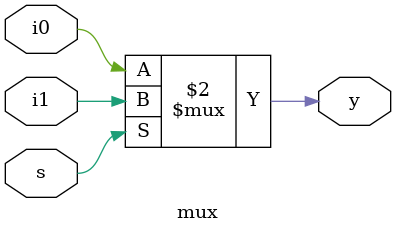
<source format=v>
module srl(

	input [15:0] a,
	input [3:0] b,
	output[15:0] out

);

	mux m_3_15 (a[15],0,b[3],y_3_15);	mux m_3_14 (a[14],0,b[3],y_3_14);	mux m_3_13 (a[13],0,b[3],y_3_13);	mux m_3_12 (a[12],0,b[3],y_3_12);	mux m_3_11 (a[11],0,b[3],y_3_11);	mux m_3_10 (a[10],0,b[3],y_3_10);	mux m_3_9 (a[9],0,b[3],y_3_9);	mux m_3_8 (a[8],0,b[3],y_3_8);	mux m_3_7 (a[7],a[15],b[3],y_3_7);	mux m_3_6 (a[6],a[14],b[3],y_3_6);	mux m_3_5 (a[5],a[13],b[3],y_3_5);	mux m_3_4 (a[4],a[12],b[3],y_3_4);	mux m_3_3 (a[3],a[11],b[3],y_3_3);	mux m_3_2 (a[2],a[10],b[3],y_3_2);	mux m_3_1 (a[1],a[9],b[3],y_3_1);	mux m_3_0 (a[0],a[8],b[3],y_3_0);
	mux m_2_15 (y_3_15,0,b[2],y_2_15);	mux m_2_14 (y_3_14,0,b[2],y_2_14);	mux m_2_13 (y_3_13,0,b[2],y_2_13);	mux m_2_12 (y_3_12,0,b[2],y_2_12);	mux m_2_11 (y_3_11,y_3_15,b[2],y_2_11);	mux m_2_10 (y_3_10,y_3_14,b[2],y_2_10);	mux m_2_9 (y_3_9,y_3_13,b[2],y_2_9);	mux m_2_8 (y_3_8,y_3_12,b[2],y_2_8);	mux m_2_7 (y_3_7,y_3_11,b[2],y_2_7);	mux m_2_6 (y_3_6,y_3_10,b[2],y_2_6);	mux m_2_5 (y_3_5,y_3_9,b[2],y_2_5);	mux m_2_4 (y_3_4,y_3_8,b[2],y_2_4);	mux m_2_3 (y_3_3,y_3_7,b[2],y_2_3);	mux m_2_2 (y_3_2,y_3_6,b[2],y_2_2);	mux m_2_1 (y_3_1,y_3_5,b[2],y_2_1);	mux m_2_0 (y_3_0,y_3_4,b[2],y_2_0);
	mux m_1_15 (y_2_15,0,b[1],y_1_15);	mux m_1_14 (y_2_14,0,b[1],y_1_14);	mux m_1_13 (y_2_13,y_2_15,b[1],y_1_13);	mux m_1_12 (y_2_12,y_2_14,b[1],y_1_12);	mux m_1_11 (y_2_11,y_2_13,b[1],y_1_11);	mux m_1_10 (y_2_10,y_2_12,b[1],y_1_10);	mux m_1_9 (y_2_9,y_2_11,b[1],y_1_9);	mux m_1_8 (y_2_8,y_2_10,b[1],y_1_8);	mux m_1_7 (y_2_7,y_2_9,b[1],y_1_7);	mux m_1_6 (y_2_6,y_2_8,b[1],y_1_6);	mux m_1_5 (y_2_5,y_2_7,b[1],y_1_5);	mux m_1_4 (y_2_4,y_2_6,b[1],y_1_4);	mux m_1_3 (y_2_3,y_2_5,b[1],y_1_3);	mux m_1_2 (y_2_2,y_2_4,b[1],y_1_2);	mux m_1_1 (y_2_1,y_2_3,b[1],y_1_1);	mux m_1_0 (y_2_0,y_2_2,b[1],y_1_0);
	mux m_0_15 (y_1_15,0,b[0],out[15]);	mux m_0_14 (y_1_14,y_1_15,b[0],out[14]);	mux m_0_13 (y_1_13,y_1_14,b[0],out[13]);	mux m_0_12 (y_1_12,y_1_13,b[0],out[12]);	mux m_0_11 (y_1_11,y_1_12,b[0],out[11]);	mux m_0_10 (y_1_10,y_1_11,b[0],out[10]);	mux m_0_9 (y_1_9,y_1_10,b[0],out[9]);	mux m_0_8 (y_1_8,y_1_9,b[0],out[8]);	mux m_0_7 (y_1_7,y_1_8,b[0],out[7]);	mux m_0_6 (y_1_6,y_1_7,b[0],out[6]);	mux m_0_5 (y_1_5,y_1_6,b[0],out[5]);	mux m_0_4 (y_1_4,y_1_5,b[0],out[4]);	mux m_0_3 (y_1_3,y_1_4,b[0],out[3]);	mux m_0_2 (y_1_2,y_1_3,b[0],out[2]);	mux m_0_1 (y_1_1,y_1_2,b[0],out[1]);	mux m_0_0 (y_1_0,y_1_1,b[0],out[0]);

endmodule



module mux(
	input i0,i1,s,
	output y
);

	assign y = (s == 0) ? i0:i1;
	
endmodule
</source>
